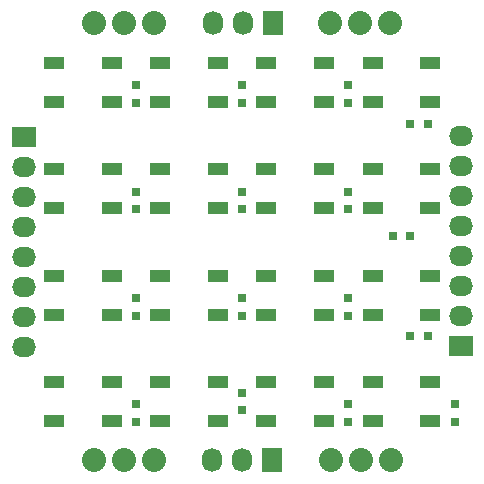
<source format=gts>
G04 #@! TF.FileFunction,Soldermask,Top*
%FSLAX46Y46*%
G04 Gerber Fmt 4.6, Leading zero omitted, Abs format (unit mm)*
G04 Created by KiCad (PCBNEW 4.0.4-stable) date Fri Nov  4 09:48:08 2016*
%MOMM*%
%LPD*%
G01*
G04 APERTURE LIST*
%ADD10C,0.100000*%
%ADD11R,1.700000X1.100000*%
%ADD12C,2.032000*%
%ADD13R,1.727200X2.032000*%
%ADD14O,1.727200X2.032000*%
%ADD15R,0.750000X0.800000*%
%ADD16R,0.800000X0.750000*%
%ADD17R,2.032000X1.727200*%
%ADD18O,2.032000X1.727200*%
G04 APERTURE END LIST*
D10*
D11*
X179450000Y-129650000D03*
X179450000Y-126350000D03*
X174550000Y-126350000D03*
X174550000Y-129650000D03*
X179450000Y-111650000D03*
X179450000Y-108350000D03*
X174550000Y-108350000D03*
X174550000Y-111650000D03*
X170450000Y-111650000D03*
X170450000Y-108350000D03*
X165550000Y-108350000D03*
X165550000Y-111650000D03*
X161450000Y-111650000D03*
X161450000Y-108350000D03*
X156550000Y-108350000D03*
X156550000Y-111650000D03*
X152450000Y-111650000D03*
X152450000Y-108350000D03*
X147550000Y-108350000D03*
X147550000Y-111650000D03*
D12*
X171000000Y-142000000D03*
X173540000Y-142000000D03*
X176080000Y-142000000D03*
D13*
X166000000Y-142000000D03*
D14*
X163460000Y-142000000D03*
X160920000Y-142000000D03*
D13*
X166080000Y-105000000D03*
D14*
X163540000Y-105000000D03*
X161000000Y-105000000D03*
D15*
X154500000Y-111750000D03*
X154500000Y-110250000D03*
D11*
X152450000Y-120650000D03*
X152450000Y-117350000D03*
X147550000Y-117350000D03*
X147550000Y-120650000D03*
X161450000Y-120650000D03*
X161450000Y-117350000D03*
X156550000Y-117350000D03*
X156550000Y-120650000D03*
X170450000Y-120650000D03*
X170450000Y-117350000D03*
X165550000Y-117350000D03*
X165550000Y-120650000D03*
X179450000Y-120650000D03*
X179450000Y-117350000D03*
X174550000Y-117350000D03*
X174550000Y-120650000D03*
X152450000Y-129650000D03*
X152450000Y-126350000D03*
X147550000Y-126350000D03*
X147550000Y-129650000D03*
X161450000Y-129650000D03*
X161450000Y-126350000D03*
X156550000Y-126350000D03*
X156550000Y-129650000D03*
X170450000Y-129650000D03*
X170450000Y-126350000D03*
X165550000Y-126350000D03*
X165550000Y-129650000D03*
X152450000Y-138650000D03*
X152450000Y-135350000D03*
X147550000Y-135350000D03*
X147550000Y-138650000D03*
X161450000Y-138650000D03*
X161450000Y-135350000D03*
X156550000Y-135350000D03*
X156550000Y-138650000D03*
X170450000Y-138650000D03*
X170450000Y-135350000D03*
X165550000Y-135350000D03*
X165550000Y-138650000D03*
X179450000Y-138650000D03*
X179450000Y-135350000D03*
X174550000Y-135350000D03*
X174550000Y-138650000D03*
D15*
X163500000Y-111750000D03*
X163500000Y-110250000D03*
X172500000Y-111750000D03*
X172500000Y-110250000D03*
X154500000Y-120750000D03*
X154500000Y-119250000D03*
X163500000Y-120750000D03*
X163500000Y-119250000D03*
X172500000Y-120750000D03*
X172500000Y-119250000D03*
D16*
X177750000Y-123000000D03*
X176250000Y-123000000D03*
D15*
X154500000Y-129750000D03*
X154500000Y-128250000D03*
X163500000Y-129750000D03*
X163500000Y-128250000D03*
X172500000Y-129750000D03*
X172500000Y-128250000D03*
D16*
X179250000Y-131500000D03*
X177750000Y-131500000D03*
D15*
X154500000Y-138750000D03*
X154500000Y-137250000D03*
X163500000Y-137750000D03*
X163500000Y-136250000D03*
X172500000Y-138750000D03*
X172500000Y-137250000D03*
X181500000Y-138750000D03*
X181500000Y-137250000D03*
D16*
X179250000Y-113500000D03*
X177750000Y-113500000D03*
D12*
X150960000Y-142000000D03*
X153500000Y-142000000D03*
X156040000Y-142000000D03*
X150960000Y-105000000D03*
X153500000Y-105000000D03*
X156040000Y-105000000D03*
X170960000Y-105000000D03*
X173500000Y-105000000D03*
X176040000Y-105000000D03*
D17*
X145000000Y-114610000D03*
D18*
X145000000Y-117150000D03*
X145000000Y-119690000D03*
X145000000Y-122230000D03*
X145000000Y-124770000D03*
X145000000Y-127310000D03*
X145000000Y-129850000D03*
X145000000Y-132390000D03*
D17*
X182000000Y-132350000D03*
D18*
X182000000Y-129810000D03*
X182000000Y-127270000D03*
X182000000Y-124730000D03*
X182000000Y-122190000D03*
X182000000Y-119650000D03*
X182000000Y-117110000D03*
X182000000Y-114570000D03*
M02*

</source>
